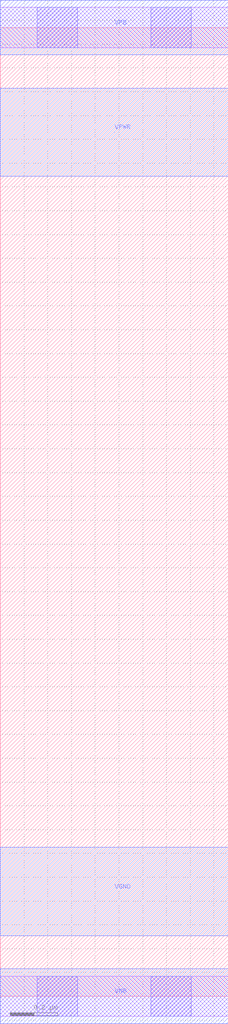
<source format=lef>
# Copyright 2020 The SkyWater PDK Authors
#
# Licensed under the Apache License, Version 2.0 (the "License");
# you may not use this file except in compliance with the License.
# You may obtain a copy of the License at
#
#     https://www.apache.org/licenses/LICENSE-2.0
#
# Unless required by applicable law or agreed to in writing, software
# distributed under the License is distributed on an "AS IS" BASIS,
# WITHOUT WARRANTIES OR CONDITIONS OF ANY KIND, either express or implied.
# See the License for the specific language governing permissions and
# limitations under the License.
#
# SPDX-License-Identifier: Apache-2.0

VERSION 5.7 ;
  NAMESCASESENSITIVE ON ;
  NOWIREEXTENSIONATPIN ON ;
  DIVIDERCHAR "/" ;
  BUSBITCHARS "[]" ;
UNITS
  DATABASE MICRONS 200 ;
END UNITS
MACRO sky130_fd_sc_hvl__fill_2
  CLASS CORE ;
  SOURCE USER ;
  FOREIGN sky130_fd_sc_hvl__fill_2 ;
  ORIGIN  0.000000  0.000000 ;
  SIZE  0.960000 BY  4.070000 ;
  SYMMETRY X Y ;
  SITE unithv ;
  PIN VGND
    DIRECTION INOUT ;
    USE GROUND ;
    PORT
      LAYER met1 ;
        RECT 0.000000 0.255000 0.960000 0.625000 ;
    END
  END VGND
  PIN VNB
    DIRECTION INOUT ;
    USE GROUND ;
    PORT
      LAYER met1 ;
        RECT 0.000000 -0.115000 0.960000 0.115000 ;
    END
  END VNB
  PIN VPB
    DIRECTION INOUT ;
    USE POWER ;
    PORT
      LAYER met1 ;
        RECT 0.000000 3.955000 0.960000 4.185000 ;
    END
  END VPB
  PIN VPWR
    DIRECTION INOUT ;
    USE POWER ;
    PORT
      LAYER met1 ;
        RECT 0.000000 3.445000 0.960000 3.815000 ;
    END
  END VPWR
  OBS
    LAYER li1 ;
      RECT 0.000000 -0.085000 0.960000 0.085000 ;
      RECT 0.000000  3.985000 0.960000 4.155000 ;
    LAYER mcon ;
      RECT 0.155000 -0.085000 0.325000 0.085000 ;
      RECT 0.155000  3.985000 0.325000 4.155000 ;
      RECT 0.635000 -0.085000 0.805000 0.085000 ;
      RECT 0.635000  3.985000 0.805000 4.155000 ;
  END
END sky130_fd_sc_hvl__fill_2
END LIBRARY

</source>
